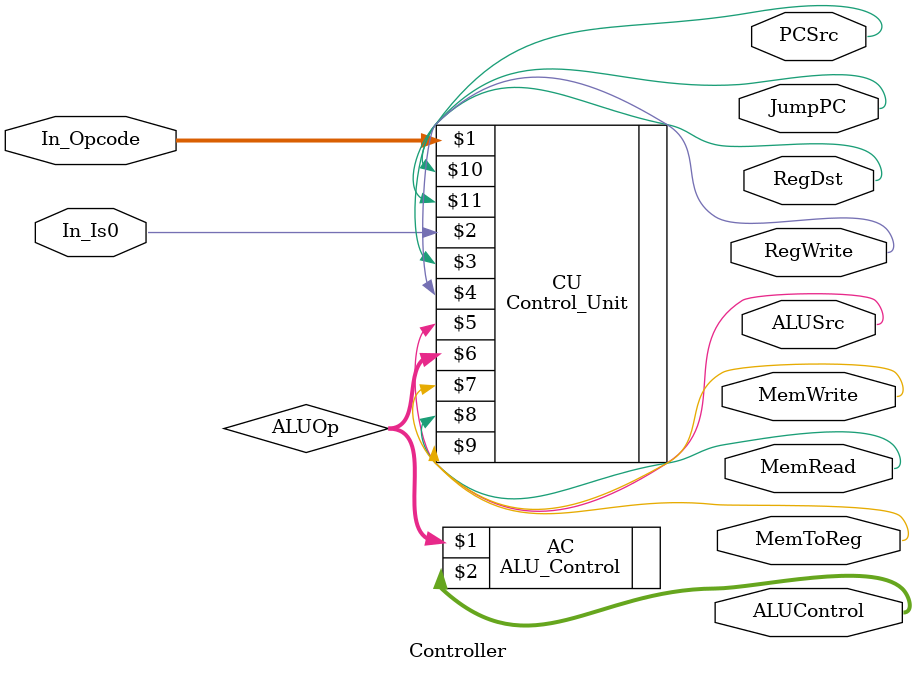
<source format=v>
module Controller(In_Opcode,In_Is0,RegDst, RegWrite, ALUSrc, ALUControl, 
					 MemWrite, MemRead,MemToReg, PCSrc, JumpPC);
output wire RegDst, RegWrite, ALUSrc,  MemWrite, MemRead, MemToReg, PCSrc, JumpPC;
input In_Is0;
input [5:0] In_Opcode;
output  wire [3:0] ALUControl;
wire [2:0] ALUOp;


Control_Unit CU(In_Opcode,In_Is0,RegDst, RegWrite, ALUSrc, ALUOp, MemWrite, MemRead,MemToReg, PCSrc, JumpPC);

ALU_Control AC(ALUOp, ALUControl);		

endmodule
		 
					 
</source>
